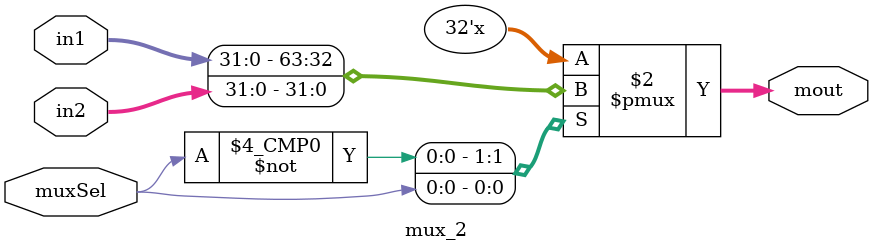
<source format=v>
/*多路复用器*/

/*
(.muxSel(), .in1(), .in2(), .in3(), .in4(), .mout())
*/
module mux_4_32(
    input wire[1:0]  muxSel,
    input wire[31:0] in1, in2, in3, in4,
    
    output reg[31:0] mout
    );
    
    always @ (muxSel or in1 or in2 or in3 or in4) begin
        case(muxSel)
            2'b00: mout <= in1;
            2'b01: mout <= in2;
            3'b10: mout <= in3;
            4'b11: mout <= in4;
        endcase
    end
endmodule

/*
(.muxSel(), .in1(), .in2(), .mout())
*/
module mux_4_5(
    input wire[1:0] muxSel,
    input wire[4:0] in1,in2,
    output reg[4:0] mout
    );
    
    always @ (muxSel or in1 or in2) begin
        case(muxSel)
            2'b00: mout <= in1;
            2'b01: mout <= in2;
            2'b10: mout <= 'h1f;
        endcase
    end
endmodule

/*
(.muxSel(), .in1(), .in2(), .mout())
*/
module mux_2(
    input wire       muxSel,
    input wire[31:0] in1,in2,
    output reg[31:0] mout
    );
    
    always @ (muxSel or in1 or in2) begin
        case(muxSel)
            1'b0: mout <= in1;
            1'b1: mout <= in2;
        endcase
    end
endmodule
</source>
